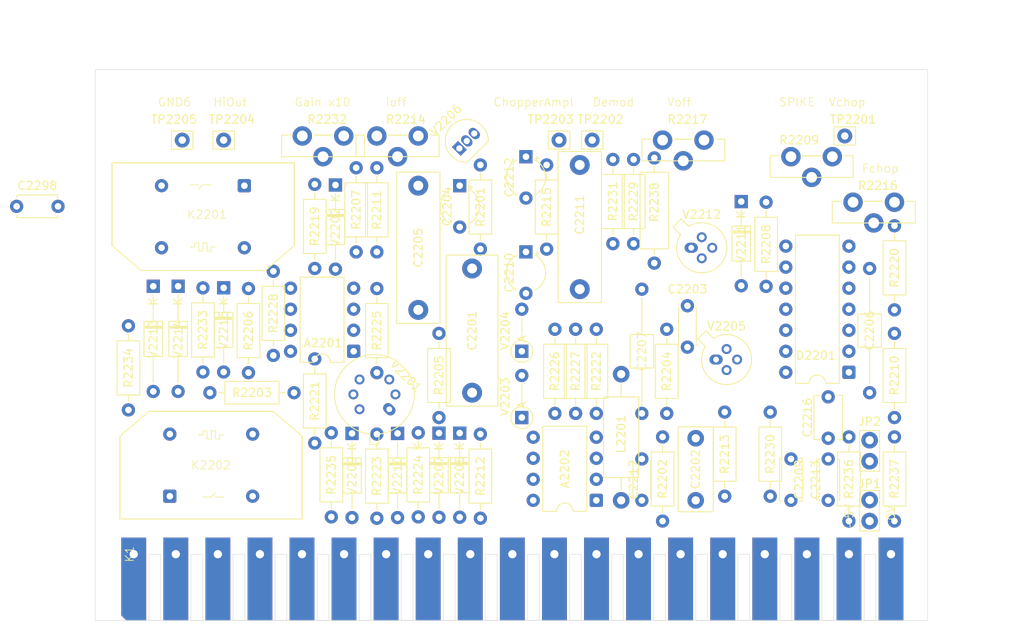
<source format=kicad_pcb>
(kicad_pcb (version 20241229) (generator "pcbnew") (generator_version "9.0")
  (title_block (title "Philips PM2528 - N22 (DC Amplifier)") (date "2025-05-23") (rev "1.1"))
  (layers (0 "F.Cu" signal) (2 "B.Cu" signal) (13 "F.Paste" user) (15 "B.Paste" user) (5 "F.SilkS" user "F.Silkscreen") (7 "B.SilkS" user "B.Silkscreen") (1 "F.Mask" user) (3 "B.Mask" user) (25 "Edge.Cuts" user))
  (net 0 "")
  (net 2 "/HI")
  (net 3 "GND5")
  (net 5 "-15V")
  (net 6 "/RELHI")
  (net 7 "GND3")
  (net 9 "GND7")
  (net 11 "/HIOUT2")
  (net 13 "/HIOUT1")
  (net 15 "/LO")
  (net 16 "GND4")
  (net 17 "+15V")
  (net 18 "GND6")
  (net 20 "Net-(V2203-K)")
  (net 21 "Net-(V2206-B)")
  (net 22 "Net-(V2206-E)")
  (net 23 "Net-(V2206-C)")
  (net 24 "Net-(V2207-K)")
  (net 25 "Net-(V2208-A)")
  (net 26 "Net-(V2212-D)")
  (net 29 "Net-(A2201-+)")
  (net 31 "Net-(A2201--)")
  (net 32 "Net-(A2202--)")
  (net 35 "Net-(A2202-+)")
  (net 37 "Net-(A2202-Pad6)")
  (net 38 "Net-(R2232-Pad1)")
  (net 39 "Net-(C2203-Pad1)")
  (net 40 "Net-(R2208-Pad1)")
  (net 41 "Net-(R2209-Pad1)")
  (net 42 "Net-(R2214-Pad1)")
  (net 43 "Net-(R2207-Pad2)")
  (net 44 "Net-(R2216-Pad3)")
  (net 45 "Net-(R2217-Pad2)")
  (net 46 "Net-(JP1-B)")
  (net 47 "Net-(V2201-1G)")
  (net 48 "Net-(C2202-Pad2)")
  (net 49 "Net-(V2202-K)")
  (net 50 "Net-(V2205-D)")
  (net 51 "Net-(V2201-1S)")
  (net 52 "Net-(JP2-B)")
  (net 53 "Net-(V2201-2D)")
  (net 54 "Net-(C2205-Pad2)")
  (net 55 "Net-(V2205-B)")
  (net 56 "Net-(V2201-2S)")
  (net 57 "Net-(C2207-Pad2)")
  (net 58 "Net-(C2211-Pad2)")
  (net 59 "Net-(V2201-2G)")
  (net 60 "Net-(V2213-A)")
  (net 61 "Net-(D2201-RC_COMMON)")
  (net 62 "Net-(D2201-C)")
  (net 63 "Net-(D2201-+TRIGGER)")
  (net 64 "Net-(D2201-Q)")
  (net 65 "Net-(D2201-R)")
  (net 66 "Net-(D2201-~{Q})")
  (footprint "Package_TO_SOT_THT:TO-72-4" (layer "F.Cu") (at 173.46 84)
    (property "Reference" "V2212" (at 1.27 -4.02 0) (layer "F.SilkS"))
    (property "Value" "BFW13")
    (pad "1" thru_hole oval (at 0 0) (size 1.6 1.2) (drill 0.7) (layers "*.Cu" "*.Mask") (net 26 "Net-(V2212-D)"))
    (pad "2" thru_hole circle (at 1.27 1.27) (size 1.2 1.2) (drill 0.7) (layers "*.Cu" "*.Mask") (net 64 "Net-(D2201-Q)"))
    (pad "3" thru_hole circle (at 2.54 0) (size 1.2 1.2) (drill 0.7) (layers "*.Cu" "*.Mask") (net 16 "GND4"))
    (pad "4" thru_hole circle (at 1.27 -1.27) (size 1.2 1.2) (drill 0.7) (layers "*.Cu" "*.Mask"))
  )
  (footprint "Capacitor_THT:C_Disc_D4.3mm_W1.9mm_P5.00mm" (layer "F.Cu") (at 167.5 114.5 90)
    (property "Reference" "C2217" (at 2.5 -1 270) (layer "F.SilkS"))
    (property "Value" "3n3/100V")
    (pad "1" thru_hole circle (at 0 0 90) (size 1.6 1.6) (drill 0.8) (layers "*.Cu" "*.Mask") (net 7 "GND3"))
    (pad "2" thru_hole circle (at 5 0 90) (size 1.6 1.6) (drill 0.8) (layers "*.Cu" "*.Mask") (net 35 "Net-(A2202-+)"))
  )
  (footprint "Capacitor_THT:C_Axial_L3.8mm_D2.6mm_P15.00mm_Horizontal" (layer "F.Cu") (at 195 101.5 90)
    (property "Reference" "C2206" (at 7.5 0 90) (layer "F.SilkS"))
    (property "Value" "3n16")
    (pad "1" thru_hole circle (at 0 0 90) (size 1.6 1.6) (drill 0.8) (layers "*.Cu" "*.Mask") (net 61 "Net-(D2201-RC_COMMON)"))
    (pad "2" thru_hole circle (at 15 0 90) (size 1.6 1.6) (drill 0.8) (layers "*.Cu" "*.Mask") (net 62 "Net-(D2201-C)"))
  )
  (footprint "Diode_THT:D_DO-35_SOD27_P10.16mm_Horizontal" (layer "F.Cu") (at 179.5 78.42 -90)
    (property "Reference" "V2211" (at 5.08 0 90) (layer "F.SilkS"))
    (property "Value" "BZX79-C5V6")
    (fp_text user "K" (at 1.58 0 90) (layer "F.SilkS"))
    (pad "1" thru_hole rect (at 0 0 270) (size 1.6 1.6) (drill 0.8) (layers "*.Cu" "*.Mask") (net 3 "GND5"))
    (pad "2" thru_hole oval (at 10.16 0 270) (size 1.6 1.6) (drill 0.8) (layers "*.Cu" "*.Mask") (net 63 "Net-(D2201-+TRIGGER)"))
  )
  (footprint "Connector_Pin:Pin_D0.9mm_L10.0mm_W2.4mm_FlatFork" (layer "F.Cu") (at 157.5 71)
    (property "Reference" "TP2203" (at -1 -2.5 0) (layer "F.SilkS"))
    (property "Value" "Chopper Ampl")
    (pad "1" thru_hole circle (at 0 0) (size 1.8 1.8) (drill 0.9) (layers "*.Cu" "*.Mask") (net 37 "Net-(A2202-Pad6)"))
  )
  (footprint "Inductor_THT:L_Axial_L9.5mm_D4.0mm_P15.24mm_Horizontal_Fastron_SMCC" (layer "F.Cu") (at 165 114.5 90)
    (property "Reference" "L2201" (at 8 0 90) (layer "F.SilkS"))
    (property "Value" "470u")
    (pad "1" thru_hole circle (at 0 0 90) (size 2 2) (drill 1) (layers "*.Cu" "*.Mask") (net 57 "Net-(C2207-Pad2)"))
    (pad "2" thru_hole circle (at 15.24 0 90) (size 2 2) (drill 1) (layers "*.Cu" "*.Mask") (net 35 "Net-(A2202-+)"))
  )
  (footprint "Resistor_THT:R_Axial_DIN0207_L6.3mm_D2.5mm_P10.16mm_Horizontal" (layer "F.Cu") (at 159.5 104 90)
    (property "Reference" "R2227" (at 5.08 0 90) (layer "F.SilkS"))
    (property "Value" "100")
    (pad "1" thru_hole circle (at 0 0 90) (size 1.6 1.6) (drill 0.8) (layers "*.Cu" "*.Mask") (net 32 "Net-(A2202--)"))
    (pad "2" thru_hole oval (at 10.16 0 90) (size 1.6 1.6) (drill 0.8) (layers "*.Cu" "*.Mask") (net 64 "Net-(D2201-Q)"))
  )
  (footprint "Capacitor_THT:CP_Radial_Tantal_D4.5mm_P5.00mm" (layer "F.Cu") (at 153.5 84.5 -90)
    (property "Reference" "C2210" (at 2.5 2 90) (layer "F.SilkS"))
    (property "Value" "33u/10V")
    (pad "1" thru_hole rect (at 0 0 270) (size 1.6 1.6) (drill 0.8) (layers "*.Cu" "*.Mask") (net 64 "Net-(D2201-Q)"))
    (pad "2" thru_hole circle (at 5 0 270) (size 1.6 1.6) (drill 0.8) (layers "*.Cu" "*.Mask") (net 7 "GND3"))
  )
  (footprint "PM2528:Potentiometer horizontal ceramic" (layer "F.Cu") (at 190.5 73 -90)
    (property "Reference" "R2209" (at -2 4 180) (layer "F.SilkS"))
    (property "Value" "1k")
    (pad "1" thru_hole circle (at 0 0 270) (size 2.34 2.34) (drill 1.3) (layers "*.Cu" "*.Mask") (net 41 "Net-(R2209-Pad1)"))
    (pad "2" thru_hole circle (at 2.5 2.5 270) (size 2.34 2.34) (drill 1.3) (layers "*.Cu" "*.Mask") (net 39 "Net-(C2203-Pad1)"))
    (pad "3" thru_hole circle (at 0 5 270) (size 2.34 2.34) (drill 1.3) (layers "*.Cu" "*.Mask") (net 40 "Net-(R2208-Pad1)"))
  )
  (footprint "Resistor_THT:R_Axial_DIN0207_L6.3mm_D2.5mm_P10.16mm_Horizontal" (layer "F.Cu") (at 192.5 117 90)
    (property "Reference" "R2236" (at 5.08 0 270) (layer "F.SilkS"))
    (property "Value" "1k27")
    (pad "1" thru_hole circle (at 0 0 90) (size 1.6 1.6) (drill 0.8) (layers "*.Cu" "*.Mask") (net 46 "Net-(JP1-B)"))
    (pad "2" thru_hole oval (at 10.16 0 90) (size 1.6 1.6) (drill 0.8) (layers "*.Cu" "*.Mask") (net 16 "GND4"))
  )
  (footprint "Resistor_THT:R_Axial_DIN0207_L6.3mm_D2.5mm_P10.16mm_Horizontal" (layer "F.Cu") (at 148 84.16 90)
    (property "Reference" "R2201" (at 5.08 0 90) (layer "F.SilkS"))
    (property "Value" "681k")
    (pad "1" thru_hole circle (at 0 0 90) (size 1.6 1.6) (drill 0.8) (layers "*.Cu" "*.Mask") (net 47 "Net-(V2201-1G)"))
    (pad "2" thru_hole oval (at 10.16 0 90) (size 1.6 1.6) (drill 0.8) (layers "*.Cu" "*.Mask") (net 16 "GND4"))
  )
  (footprint "Resistor_THT:R_Axial_DIN0207_L6.3mm_D2.5mm_P10.16mm_Horizontal" (layer "F.Cu") (at 128 86.5 90)
    (property "Reference" "R2219" (at 5.08 0 90) (layer "F.SilkS"))
    (property "Value" "82R5")
    (pad "1" thru_hole circle (at 0 0 90) (size 1.6 1.6) (drill 0.8) (layers "*.Cu" "*.Mask") (net 56 "Net-(V2201-2S)"))
    (pad "2" thru_hole oval (at 10.16 0 90) (size 1.6 1.6) (drill 0.8) (layers "*.Cu" "*.Mask") (net 42 "Net-(R2214-Pad1)"))
  )
  (footprint "Resistor_THT:R_Axial_DIN0207_L6.3mm_D2.5mm_P10.16mm_Horizontal" (layer "F.Cu") (at 135.5 84.5 90)
    (property "Reference" "R2211" (at 5.08 0 90) (layer "F.SilkS"))
    (property "Value" "1k")
    (pad "1" thru_hole circle (at 0 0 90) (size 1.6 1.6) (drill 0.8) (layers "*.Cu" "*.Mask") (net 54 "Net-(C2205-Pad2)"))
    (pad "2" thru_hole oval (at 10.16 0 90) (size 1.6 1.6) (drill 0.8) (layers "*.Cu" "*.Mask") (net 53 "Net-(V2201-2D)"))
  )
  (footprint "Resistor_THT:R_Axial_DIN0207_L6.3mm_D2.5mm_P10.16mm_Horizontal" (layer "F.Cu") (at 170.5 104 90)
    (property "Reference" "R2204" (at 5.08 0 90) (layer "F.SilkS"))
    (property "Value" "100k")
    (pad "1" thru_hole circle (at 0 0 90) (size 1.6 1.6) (drill 0.8) (layers "*.Cu" "*.Mask") (net 48 "Net-(C2202-Pad2)"))
    (pad "2" thru_hole oval (at 10.16 0 90) (size 1.6 1.6) (drill 0.8) (layers "*.Cu" "*.Mask") (net 50 "Net-(V2205-D)"))
  )
  (footprint "Diode_THT:D_DO-35_SOD27_P5.08mm_Vertical_AnodeUp" (layer "F.Cu") (at 153 104.5 90)
    (property "Reference" "V2203" (at 2.54 -2 90) (layer "F.SilkS"))
    (property "Value" "BAV45")
    (fp_text user "A" (at 1.5 0 90) (layer "F.SilkS"))
    (pad "1" thru_hole rect (at 0 0 90) (size 1.6 1.6) (drill 0.8) (layers "*.Cu" "*.Mask") (net 20 "Net-(V2203-K)"))
    (pad "2" thru_hole oval (at 5.08 0 90) (size 1.6 1.6) (drill 0.8) (layers "*.Cu" "*.Mask") (net 2 "/HI"))
  )
  (footprint "PM2528:Potentiometer horizontal ceramic" (layer "F.Cu") (at 131.5 70.5 -90)
    (property "Reference" "R2232" (at -2 2 180) (layer "F.SilkS"))
    (property "Value" "100")
    (pad "1" thru_hole circle (at 0 0 270) (size 2.34 2.34) (drill 1.3) (layers "*.Cu" "*.Mask") (net 38 "Net-(R2232-Pad1)"))
    (pad "2" thru_hole circle (at 2.5 2.5 270) (size 2.34 2.34) (drill 1.3) (layers "*.Cu" "*.Mask") (net 38 "Net-(R2232-Pad1)"))
    (pad "3" thru_hole circle (at 0 5 270) (size 2.34 2.34) (drill 1.3) (layers "*.Cu" "*.Mask") (net 15 "/LO"))
  )
  (footprint "PM2528:Potentiometer horizontal ceramic" (layer "F.Cu") (at 198 78.5 -90)
    (property "Reference" "R2216" (at -2 2 180) (layer "F.SilkS"))
    (property "Value" "47k")
    (pad "1" thru_hole circle (at 0 0 270) (size 2.34 2.34) (drill 1.3) (layers "*.Cu" "*.Mask") (net 61 "Net-(D2201-RC_COMMON)"))
    (pad "2" thru_hole circle (at 2.5 2.5 270) (size 2.34 2.34) (drill 1.3) (layers "*.Cu" "*.Mask") (net 61 "Net-(D2201-RC_COMMON)"))
    (pad "3" thru_hole circle (at 0 5 270) (size 2.34 2.34) (drill 1.3) (layers "*.Cu" "*.Mask") (net 44 "Net-(R2216-Pad3)"))
  )
  (footprint "Diode_THT:D_DO-35_SOD27_P12.70mm_Horizontal" (layer "F.Cu") (at 108.5 88.65 -90)
    (property "Reference" "V2213" (at 6.35 0 270) (layer "F.SilkS"))
    (property "Value" "BZX79-C5V1")
    (fp_text user "K" (at 1.85 0 270) (layer "F.SilkS"))
    (pad "1" thru_hole rect (at 0 0 270) (size 1.6 1.6) (drill 0.8) (layers "*.Cu" "*.Mask") (net 13 "/HIOUT1"))
    (pad "2" thru_hole oval (at 12.7 0 270) (size 1.6 1.6) (drill 0.8) (layers "*.Cu" "*.Mask") (net 60 "Net-(V2213-A)"))
  )
  (footprint "Connector_Pin:Pin_D0.9mm_L10.0mm_W2.4mm_FlatFork" (layer "F.Cu") (at 117 71)
    (property "Reference" "TP2204" (at 1 -2.5 0) (layer "F.SilkS"))
    (property "Value" "Hi Out")
    (pad "1" thru_hole circle (at 0 0) (size 1.8 1.8) (drill 0.9) (layers "*.Cu" "*.Mask") (net 13 "/HIOUT1"))
  )
  (footprint "Diode_THT:D_DO-35_SOD27_P10.16mm_Horizontal" (layer "F.Cu") (at 138 106.42 -90)
    (property "Reference" "V2210" (at 5.08 0 90) (layer "F.SilkS"))
    (property "Value" "BZX79-C3V6")
    (fp_text user "K" (at 1.58 -2.5 90) (layer "F.SilkS"))
    (pad "1" thru_hole rect (at 0 0 270) (size 1.6 1.6) (drill 0.8) (layers "*.Cu" "*.Mask") (net 13 "/HIOUT1"))
    (pad "2" thru_hole oval (at 10.16 0 270) (size 1.6 1.6) (drill 0.8) (layers "*.Cu" "*.Mask") (net 25 "Net-(V2208-A)"))
  )
  (footprint "Diode_THT:D_DO-35_SOD27_P5.08mm_Vertical_AnodeUp" (layer "F.Cu") (at 153 96.5 90)
    (property "Reference" "V2204" (at 2.5 -2 90) (layer "F.SilkS"))
    (property "Value" "BAV45")
    (fp_text user "A" (at 1.5 0 90) (layer "F.SilkS"))
    (pad "1" thru_hole rect (at 0 0 90) (size 1.6 1.6) (drill 0.8) (layers "*.Cu" "*.Mask") (net 2 "/HI"))
    (pad "2" thru_hole oval (at 5.08 0 90) (size 1.6 1.6) (drill 0.8) (layers "*.Cu" "*.Mask") (net 20 "Net-(V2203-K)"))
  )
  (footprint "Resistor_THT:R_Axial_DIN0207_L6.3mm_D2.5mm_P10.16mm_Horizontal" (layer "F.Cu") (at 135.5 99.08 90)
    (property "Reference" "R2225" (at 5.08 0 90) (layer "F.SilkS"))
    (property "Value" "196")
    (pad "1" thru_hole circle (at 0 0 90) (size 1.6 1.6) (drill 0.8) (layers "*.Cu" "*.Mask") (net 53 "Net-(V2201-2D)"))
    (pad "2" thru_hole oval (at 10.16 0 90) (size 1.6 1.6) (drill 0.8) (layers "*.Cu" "*.Mask") (net 31 "Net-(A2201--)"))
  )
  (footprint "Capacitor_THT:CP_Radial_Tantal_D4.5mm_P5.00mm" (layer "F.Cu") (at 145.5 76.5 -90)
    (property "Reference" "C2204" (at 2.5 1.5 90) (layer "F.SilkS"))
    (property "Value" "22u")
    (pad "1" thru_hole rect (at 0 0 270) (size 1.6 1.6) (drill 0.8) (layers "*.Cu" "*.Mask") (net 21 "Net-(V2206-B)"))
    (pad "2" thru_hole circle (at 5 0 270) (size 1.6 1.6) (drill 0.8) (layers "*.Cu" "*.Mask") (net 5 "-15V"))
  )
  (footprint "Resistor_THT:R_Axial_DIN0207_L6.3mm_D2.5mm_P10.16mm_Horizontal" (layer "F.Cu") (at 177.5 114 90)
    (property "Reference" "R2213" (at 5.08 0 90) (layer "F.SilkS"))
    (property "Value" "220k")
    (pad "1" thru_hole circle (at 0 0 90) (size 1.6 1.6) (drill 0.8) (layers "*.Cu" "*.Mask") (net 7 "GND3"))
    (pad "2" thru_hole oval (at 10.16 0 90) (size 1.6 1.6) (drill 0.8) (layers "*.Cu" "*.Mask") (net 55 "Net-(V2205-B)"))
  )
  (footprint "PM2528:Potentiometer horizontal ceramic" (layer "F.Cu") (at 140.5 70.5 -90)
    (property "Reference" "R2214" (at -2 1.5 180) (layer "F.SilkS"))
    (property "Value" "100")
    (pad "1" thru_hole circle (at 0 0 270) (size 2.34 2.34) (drill 1.3) (layers "*.Cu" "*.Mask") (net 42 "Net-(R2214-Pad1)"))
    (pad "2" thru_hole circle (at 2.5 2.5 270) (size 2.34 2.34) (drill 1.3) (layers "*.Cu" "*.Mask") (net 23 "Net-(V2206-C)"))
    (pad "3" thru_hole circle (at 0 5 270) (size 2.34 2.34) (drill 1.3) (layers "*.Cu" "*.Mask") (net 43 "Net-(R2207-Pad2)"))
  )
  (footprint "Diode_THT:D_DO-35_SOD27_P10.16mm_Horizontal" (layer "F.Cu") (at 143 106.38 -90)
    (property "Reference" "V2207" (at 5.08 0 270) (layer "F.SilkS"))
    (property "Value" "BAW62")
    (fp_text user "K" (at 1.62 0 270) (layer "F.SilkS"))
    (pad "1" thru_hole rect (at 0 0 270) (size 1.6 1.6) (drill 0.8) (layers "*.Cu" "*.Mask") (net 24 "Net-(V2207-K)"))
    (pad "2" thru_hole oval (at 10.16 0 270) (size 1.6 1.6) (drill 0.8) (layers "*.Cu" "*.Mask") (net 20 "Net-(V2203-K)"))
  )
  (footprint "TestPoint:TestPoint_Bridge_Pitch2.54mm_Drill1.0mm" (layer "F.Cu") (at 195 109.77 90)
    (property "Reference" "JP2" (at 4.77 0 180) (layer "F.SilkS"))
    (property "Value" "A")
    (pad "1" thru_hole circle (at 0 0 90) (size 2 2) (drill 1) (layers "*.Cu" "*.Mask") (net 46 "Net-(JP1-B)"))
    (pad "1" thru_hole circle (at 2.54 0 90) (size 2 2) (drill 1) (layers "*.Cu" "*.Mask") (net 46 "Net-(JP1-B)"))
  )
  (footprint "Resistor_THT:R_Axial_DIN0207_L6.3mm_D2.5mm_P10.16mm_Horizontal" (layer "F.Cu") (at 164 83.5 90)
    (property "Reference" "R2231" (at 5.08 0 90) (layer "F.SilkS"))
    (property "Value" "681k")
    (pad "1" thru_hole circle (at 0 0 90) (size 1.6 1.6) (drill 0.8) (layers "*.Cu" "*.Mask") (net 26 "Net-(V2212-D)"))
    (pad "2" thru_hole oval (at 10.16 0 90) (size 1.6 1.6) (drill 0.8) (layers "*.Cu" "*.Mask") (net 59 "Net-(V2201-2G)"))
  )
  (footprint "Resistor_THT:R_Axial_DIN0207_L6.3mm_D2.5mm_P10.16mm_Horizontal" (layer "F.Cu") (at 166.5 83.5 90)
    (property "Reference" "R2229" (at 5.08 0 90) (layer "F.SilkS"))
    (property "Value" "20k5")
    (pad "1" thru_hole circle (at 0 0 90) (size 1.6 1.6) (drill 0.8) (layers "*.Cu" "*.Mask") (net 58 "Net-(C2211-Pad2)"))
    (pad "2" thru_hole oval (at 10.16 0 90) (size 1.6 1.6) (drill 0.8) (layers "*.Cu" "*.Mask") (net 26 "Net-(V2212-D)"))
  )
  (footprint "Package_TO_SOT_THT:TO-72-4" (layer "F.Cu") (at 176.46 97.5)
    (property "Reference" "V2205" (at 1.27 -4.02 0) (layer "F.SilkS"))
    (property "Value" "BSV81")
    (pad "1" thru_hole oval (at 0 0) (size 1.6 1.2) (drill 0.7) (layers "*.Cu" "*.Mask") (net 50 "Net-(V2205-D)"))
    (pad "2" thru_hole circle (at 1.27 1.27) (size 1.2 1.2) (drill 0.7) (layers "*.Cu" "*.Mask") (net 55 "Net-(V2205-B)"))
    (pad "3" thru_hole circle (at 2.54 0) (size 1.2 1.2) (drill 0.7) (layers "*.Cu" "*.Mask") (net 66 "Net-(D2201-~{Q})"))
    (pad "4" thru_hole circle (at 1.27 -1.27) (size 1.2 1.2) (drill 0.7) (layers "*.Cu" "*.Mask") (net 55 "Net-(V2205-B)"))
  )
  (footprint "Capacitor_THT:C_Disc_D5.1mm_W3.2mm_P5.00mm" (layer "F.Cu") (at 190 107 90)
    (property "Reference" "C2216" (at 2.5 -2.5 90) (layer "F.SilkS"))
    (property "Value" "27p/100V")
    (pad "1" thru_hole circle (at 0 0 90) (size 1.6 1.6) (drill 0.8) (layers "*.Cu" "*.Mask") (net 7 "GND3"))
    (pad "2" thru_hole circle (at 5 0 90) (size 1.6 1.6) (drill 0.8) (layers "*.Cu" "*.Mask") (net 65 "Net-(D2201-R)"))
  )
  (footprint "Diode_THT:D_DO-35_SOD27_P10.16mm_Horizontal" (layer "F.Cu") (at 132.5 106.42 -90)
    (property "Reference" "V2209" (at 5.08 0 90) (layer "F.SilkS"))
    (property "Value" "BZX79-C3V6")
    (fp_text user "K" (at 1.58 0 90) (layer "F.SilkS"))
    (pad "1" thru_hole rect (at 0 0 270) (size 1.6 1.6) (drill 0.8) (layers "*.Cu" "*.Mask") (net 24 "Net-(V2207-K)"))
    (pad "2" thru_hole oval (at 10.16 0 270) (size 1.6 1.6) (drill 0.8) (layers "*.Cu" "*.Mask") (net 13 "/HIOUT1"))
  )
  (footprint "Resistor_THT:R_Axial_DIN0207_L6.3mm_D2.5mm_P10.16mm_Horizontal" (layer "F.Cu") (at 157 104 90)
    (property "Reference" "R2226" (at 5.08 0 90) (layer "F.SilkS"))
    (property "Value" "100k")
    (pad "1" thru_hole circle (at 0 0 90) (size 1.6 1.6) (drill 0.8) (layers "*.Cu" "*.Mask") (net 37 "Net-(A2202-Pad6)"))
    (pad "2" thru_hole oval (at 10.16 0 90) (size 1.6 1.6) (drill 0.8) (layers "*.Cu" "*.Mask") (net 32 "Net-(A2202--)"))
  )
  (footprint "Capacitor_THT:C_Rect_L10.0mm_W4.0mm_P7.50mm_FKS3_FKP3" (layer "F.Cu") (at 174 114.5 90)
    (property "Reference" "C2202" (at 3.75 0 90) (layer "F.SilkS"))
    (property "Value" "47n/250V")
    (pad "1" thru_hole circle (at 0 0 90) (size 2 2) (drill 1) (layers "*.Cu" "*.Mask") (net 7 "GND3"))
    (pad "2" thru_hole circle (at 7.5 0 90) (size 2 2) (drill 1) (layers "*.Cu" "*.Mask") (net 48 "Net-(C2202-Pad2)"))
  )
  (footprint "Resistor_THT:R_Axial_DIN0207_L6.3mm_D2.5mm_P10.16mm_Horizontal" (layer "F.Cu") (at 198 91.5 90)
    (property "Reference" "R2220" (at 5.08 0 90) (layer "F.SilkS"))
    (property "Value" "196k")
    (pad "1" thru_hole circle (at 0 0 90) (size 1.6 1.6) (drill 0.8) (layers "*.Cu" "*.Mask") (net 65 "Net-(D2201-R)"))
    (pad "2" thru_hole oval (at 10.16 0 90) (size 1.6 1.6) (drill 0.8) (layers "*.Cu" "*.Mask") (net 44 "Net-(R2216-Pad3)"))
  )
  (footprint "Capacitor_THT:C_Axial_L3.8mm_D2.6mm_P15.00mm_Horizontal" (layer "F.Cu") (at 167.5 104 90)
    (property "Reference" "C2207" (at 7.5 0 90) (layer "F.SilkS"))
    (property "Value" "6n19 / 63V")
    (pad "1" thru_hole circle (at 0 0 90) (size 1.6 1.6) (drill 0.8) (layers "*.Cu" "*.Mask") (net 50 "Net-(V2205-D)"))
    (pad "2" thru_hole circle (at 15 0 90) (size 1.6 1.6) (drill 0.8) (layers "*.Cu" "*.Mask") (net 57 "Net-(C2207-Pad2)"))
  )
  (footprint "Resistor_THT:R_Axial_DIN0207_L6.3mm_D2.5mm_P10.16mm_Horizontal" (layer "F.Cu") (at 183 114 90)
    (property "Reference" "R2230" (at 5.08 0 90) (layer "F.SilkS"))
    (property "Value" "9k09")
    (pad "1" thru_hole circle (at 0 0 90) (size 1.6 1.6) (drill 0.8) (layers "*.Cu" "*.Mask") (net 63 "Net-(D2201-+TRIGGER)"))
    (pad "2" thru_hole oval (at 10.16 0 90) (size 1.6 1.6) (drill 0.8) (layers "*.Cu" "*.Mask") (net 5 "-15V"))
  )
  (footprint "PM2528:Reed relay assy" (layer "F.Cu") (at 110.5 114.1 90)
    (property "Reference" "K2202" (at 3.85 4.975 0) (layer "F.SilkS") (effects (font (thickness 0.1))))
    (property "Value" "~")
    (pad "1" thru_hole roundrect (at 0.1 0 90) (size 1.6 1.6) (drill 0.8) (layers "*.Cu" "*.Mask") (roundrect_rratio 0.15625) (net 11 "/HIOUT2"))
    (pad "5" thru_hole circle (at 0.1 10 90) (size 1.6 1.6) (drill 0.8) (layers "*.Cu" "*.Mask") (net 15 "/LO"))
    (pad "6" thru_hole circle (at 7.6 10 90) (size 1.6 1.6) (drill 0.8) (layers "*.Cu" "*.Mask") (net 9 "GND7"))
    (pad "10" thru_hole circle (at 7.6 0 90) (size 1.6 1.6) (drill 0.8) (layers "*.Cu" "*.Mask") (net 6 "/RELHI"))
  )
  (footprint "PM2528:Potentiometer horizontal ceramic" (layer "F.Cu") (at 175 71 -90)
    (property "Reference" "R2217" (at -2.5 2 180) (layer "F.SilkS"))
    (property "Value" "220k")
    (pad "1" thru_hole circle (at 0 0 270) (size 2.34 2.34) (drill 1.3) (layers "*.Cu" "*.Mask") (net 5 "-15V"))
    (pad "2" thru_hole circle (at 2.5 2.5 270) (size 2.34 2.34) (drill 1.3) (layers "*.Cu" "*.Mask") (net 45 "Net-(R2217-Pad2)"))
    (pad "3" thru_hole circle (at 0 5 270) (size 2.34 2.34) (drill 1.3) (layers "*.Cu" "*.Mask") (net 17 "+15V"))
  )
  (footprint "Resistor_THT:R_Axial_DIN0309_L9.0mm_D3.2mm_P12.70mm_Horizontal" (layer "F.Cu") (at 169 85.85 90)
    (property "Reference" "R2238" (at 7.35 0 90) (layer "F.SilkS"))
    (property "Value" "1M")
    (pad "1" thru_hole circle (at 0 0 90) (size 1.6 1.6) (drill 0.8) (layers "*.Cu" "*.Mask") (net 55 "Net-(V2205-B)"))
    (pad "2" thru_hole oval (at 12.7 0 90) (size 1.6 1.6) (drill 0.8) (layers "*.Cu" "*.Mask") (net 45 "Net-(R2217-Pad2)"))
  )
  (footprint "Resistor_THT:R_Axial_DIN0207_L6.3mm_D2.5mm_P10.16mm_Horizontal" (layer "F.Cu") (at 135.5 116.66 90)
    (property "Reference" "R2223" (at 5.08 0 90) (layer "F.SilkS"))
    (property "Value" "20k5")
    (pad "1" thru_hole circle (at 0 0 90) (size 1.6 1.6) (drill 0.8) (layers "*.Cu" "*.Mask") (net 24 "Net-(V2207-K)"))
    (pad "2" thru_hole oval (at 10.16 0 90) (size 1.6 1.6) (drill 0.8) (layers "*.Cu" "*.Mask") (net 17 "+15V"))
  )
  (footprint "PM2528:Reed relay assy" (layer "F.Cu") (at 119.5 76.4 -90)
    (property "Reference" "K2201" (at 3.6 4.5 0) (layer "F.SilkS") (effects (font (thickness 0.1))))
    (property "Value" "~")
    (pad "1" thru_hole roundrect (at 0.1 0 270) (size 1.6 1.6) (drill 0.8) (layers "*.Cu" "*.Mask") (roundrect_rratio 0.15625) (net 13 "/HIOUT1"))
    (pad "5" thru_hole circle (at 0.1 10 270) (size 1.6 1.6) (drill 0.8) (layers "*.Cu" "*.Mask") (net 15 "/LO"))
    (pad "6" thru_hole circle (at 7.6 10 270) (size 1.6 1.6) (drill 0.8) (layers "*.Cu" "*.Mask") (net 9 "GND7"))
    (pad "10" thru_hole circle (at 7.6 0 270) (size 1.6 1.6) (drill 0.8) (layers "*.Cu" "*.Mask") (net 6 "/RELHI"))
  )
  (footprint "Capacitor_THT:C_Disc_D4.7mm_W2.5mm_P5.00mm" (layer "F.Cu") (at 92 79)
    (property "Reference" "C2298" (at 2.5 -2.5 0) (layer "F.SilkS"))
    (property "Value" "C_Polarized")
    (pad "1" thru_hole circle (at 0 0) (size 1.6 1.6) (drill 0.8) (layers "*.Cu" "*.Mask") (net 3 "GND5"))
    (pad "2" thru_hole circle (at 5 0) (size 1.6 1.6) (drill 0.8) (layers "*.Cu" "*.Mask") (net 5 "-15V"))
  )
  (footprint "Package_DIP:DIP-14_W7.62mm" (layer "F.Cu") (at 192.5 99.04 180)
    (property "Reference" "D2201" (at 4 2.04 0) (layer "F.SilkS"))
    (property "Value" "HEF4047")
    (pad "1" thru_hole roundrect (at 0 0 180) (size 1.6 1.6) (drill 0.8) (layers "*.Cu" "*.Mask") (roundrect_rratio 0.15625) (net 62 "Net-(D2201-C)"))
    (pad "2" thru_hole circle (at 0 2.54 180) (size 1.6 1.6) (drill 0.8) (layers "*.Cu" "*.Mask") (net 65 "Net-(D2201-R)"))
    (pad "3" thru_hole circle (at 0 5.08 180) (size 1.6 1.6) (drill 0.8) (layers "*.Cu" "*.Mask") (net 61 "Net-(D2201-RC_COMMON)"))
    (pad "4" thru_hole circle (at 0 7.62 180) (size 1.6 1.6) (drill 0.8) (layers "*.Cu" "*.Mask") (net 3 "GND5"))
    (pad "5" thru_hole circle (at 0 10.16 180) (size 1.6 1.6) (drill 0.8) (layers "*.Cu" "*.Mask") (net 3 "GND5"))
    (pad "6" thru_hole circle (at 0 12.7 180) (size 1.6 1.6) (drill 0.8) (layers "*.Cu" "*.Mask") (net 3 "GND5"))
    (pad "7" thru_hole circle (at 0 15.24 180) (size 1.6 1.6) (drill 0.8) (layers "*.Cu" "*.Mask") (net 63 "Net-(D2201-+TRIGGER)"))
    (pad "8" thru_hole circle (at 7.62 15.24 180) (size 1.6 1.6) (drill 0.8) (layers "*.Cu" "*.Mask") (net 63 "Net-(D2201-+TRIGGER)"))
    (pad "9" thru_hole circle (at 7.62 12.7 180) (size 1.6 1.6) (drill 0.8) (layers "*.Cu" "*.Mask") (net 63 "Net-(D2201-+TRIGGER)"))
    (pad "10" thru_hole circle (at 7.62 10.16 180) (size 1.6 1.6) (drill 0.8) (layers "*.Cu" "*.Mask") (net 64 "Net-(D2201-Q)"))
    (pad "11" thru_hole circle (at 7.62 7.62 180) (size 1.6 1.6) (drill 0.8) (layers "*.Cu" "*.Mask") (net 66 "Net-(D2201-~{Q})"))
    (pad "12" thru_hole circle (at 7.62 5.08 180) (size 1.6 1.6) (drill 0.8) (layers "*.Cu" "*.Mask") (net 63 "Net-(D2201-+TRIGGER)"))
    (pad "13" thru_hole circle (at 7.62 2.54 180) (size 1.6 1.6) (drill 0.8) (layers "*.Cu" "*.Mask"))
    (pad "14" thru_hole circle (at 7.62 0 180) (size 1.6 1.6) (drill 0.8) (layers "*.Cu" "*.Mask") (net 3 "GND5"))
  )
  (footprint "Diode_THT:D_DO-35_SOD27_P10.16mm_Horizontal" (layer "F.Cu") (at 117 88.84 -90)
    (property "Reference" "V2215" (at 5.08 0 90) (layer "F.SilkS"))
    (property "Value" "BAX12A")
    (fp_text user "K" (at 1.66 0 90) (layer "F.SilkS"))
    (pad "1" thru_hole rect (at 0 0 270) (size 1.6 1.6) (drill 0.8) (layers "*.Cu" "*.Mask") (net 9 "GND7"))
    (pad "2" thru_hole oval (at 10.16 0 270) (size 1.6 1.6) (drill 0.8) (layers "*.Cu" "*.Mask") (net 6 "/RELHI"))
  )
  (footprint "Resistor_THT:R_Axial_DIN0207_L6.3mm_D2.5mm_P10.16mm_Horizontal" (layer "F.Cu") (at 105.5 103.58 90)
    (property "Reference" "R2234" (at 5.08 0 90) (layer "F.SilkS"))
    (property "Value" "1k96")
    (pad "1" thru_hole circle (at 0 0 90) (size 1.6 1.6) (drill 0.8) (layers "*.Cu" "*.Mask") (net 18 "GND6"))
    (pad "2" thru_hole oval (at 10.16 0 90) (size 1.6 1.6) (drill 0.8) (layers "*.Cu" "*.Mask") (net 15 "/LO"))
  )
  (footprint "Diode_THT:D_DO-35_SOD27_P10.16mm_Horizontal" (layer "F.Cu") (at 145.5 106.38 -90)
    (property "Reference" "V2208" (at 5.08 0 270) (layer "F.SilkS"))
    (property "Value" "BAW62")
    (fp_text user "K" (at 1.62 0 270) (layer "F.SilkS"))
    (pad "1" thru_hole rect (at 0 0 270) (size 1.6 1.6) (drill 0.8) (layers "*.Cu" "*.Mask") (net 20 "Net-(V2203-K)"))
    (pad "2" thru_hole oval (at 10.16 0 270) (size 1.6 1.6) (drill 0.8) (layers "*.Cu" "*.Mask") (net 25 "Net-(V2208-A)"))
  )
  (footprint "Package_TO_SOT_THT:TO-75-6" (layer "F.Cu") (at 137 103.5 135)
    (property "Reference" "V2201" (at 1.414214 4.242641 135) (layer "F.SilkS"))
    (property "Value" "BFQ10")
    (pad "1" thru_hole oval (at 0 0 135) (size 1.6 1.2) (drill 0.7) (layers "*.Cu" "*.Mask") (net 51 "Net-(V2201-1S)"))
    (pad "2" thru_hole circle (at 0.743949 1.796051 135) (size 1.2 1.2) (drill 0.7) (layers "*.Cu" "*.Mask") (net 29 "Net-(A2201-+)"))
    (pad "3" thru_hole circle (at 2.54 2.54 135) (size 1.2 1.2) (drill 0.7) (layers "*.Cu" "*.Mask") (net 47 "Net-(V2201-1G)"))
    (pad "4" thru_hole circle (at 5.079999 0 135) (size 1.2 1.2) (drill 0.7) (layers "*.Cu" "*.Mask") (net 56 "Net-(V2201-2S)"))
    (pad "5" thru_hole circle (at 4.336051 -1.796051 135) (size 1.2 1.2) (drill 0.7) (layers "*.Cu" "*.Mask") (net 53 "Net-(V2201-2D)"))
    (pad "6" thru_hole circle (at 2.54 -2.54 135) (size 1.2 1.2) (drill 0.7) (layers "*.Cu" "*.Mask") (net 59 "Net-(V2201-2G)"))
  )
  (footprint "Connector_Pin:Pin_D0.9mm_L10.0mm_W2.4mm_FlatFork" (layer "F.Cu") (at 161.5 71)
    (property "Reference" "TP2202" (at 1 -2.5 0) (layer "F.SilkS"))
    (property "Value" "Demodulator")
    (pad "1" thru_hole circle (at 0 0) (size 1.8 1.8) (drill 0.9) (layers "*.Cu" "*.Mask") (net 26 "Net-(V2212-D)"))
  )
  (footprint "Resistor_THT:R_Axial_DIN0207_L6.3mm_D2.5mm_P10.16mm_Horizontal" (layer "F.Cu") (at 120 99.08 90)
    (property "Reference" "R2206" (at 5.08 0 90) (layer "F.SilkS"))
    (property "Value" "20k5")
    (pad "1" thru_hole circle (at 0 0 90) (size 1.6 1.6) (drill 0.8) (layers "*.Cu" "*.Mask") (net 49 "Net-(V2202-K)"))
    (pad "2" thru_hole oval (at 10.16 0 90) (size 1.6 1.6) (drill 0.8) (layers "*.Cu" "*.Mask") (net 21 "Net-(V2206-B)"))
  )
  (footprint "Capacitor_THT:C_Disc_D4.7mm_W2.5mm_P5.00mm" (layer "F.Cu") (at 190 109.5 -90)
    (property "Reference" "C2213" (at 2.5 1.5 270) (layer "F.SilkS"))
    (property "Value" "C_Polarized")
    (pad "1" thru_hole circle (at 0 0 270) (size 1.6 1.6) (drill 0.8) (layers "*.Cu" "*.Mask") (net 17 "+15V"))
    (pad "2" thru_hole circle (at 5 0 270) (size 1.6 1.6) (drill 0.8) (layers "*.Cu" "*.Mask") (net 3 "GND5"))
  )
  (footprint "Resistor_THT:R_Axial_DIN0207_L6.3mm_D2.5mm_P10.16mm_Horizontal" (layer "F.Cu") (at 170 117 90)
    (property "Reference" "R2202" (at 5.08 0 270) (layer "F.SilkS"))
    (property "Value" "48k7")
    (pad "1" thru_hole circle (at 0 0 90) (size 1.6 1.6) (drill 0.8) (layers "*.Cu" "*.Mask") (net 2 "/HI"))
    (pad "2" thru_hole oval (at 10.16 0 90) (size 1.6 1.6) (drill 0.8) (layers "*.Cu" "*.Mask") (net 48 "Net-(C2202-Pad2)"))
  )
  (footprint "Connector_Pin:Pin_D0.9mm_L10.0mm_W2.4mm_FlatFork" (layer "F.Cu") (at 192 70.5)
    (property "Reference" "TP2201" (at 1 -2 0) (layer "F.SilkS"))
    (property "Value" "V.Chopper")
    (pad "1" thru_hole circle (at 0 0) (size 1.8 1.8) (drill 0.9) (layers "*.Cu" "*.Mask") (net 66 "Net-(D2201-~{Q})"))
  )
  (footprint "Resistor_THT:R_Axial_DIN0207_L6.3mm_D2.5mm_P10.16mm_Horizontal" (layer "F.Cu") (at 140.5 116.5 90)
    (property "Reference" "R2224" (at 5.08 0 90) (layer "F.SilkS"))
    (property "Value" "20k5")
    (pad "1" thru_hole circle (at 0 0 90) (size 1.6 1.6) (drill 0.8) (layers "*.Cu" "*.Mask") (net 5 "-15V"))
    (pad "2" thru_hole oval (at 10.16 0 90) (size 1.6 1.6) (drill 0.8) (layers "*.Cu" "*.Mask") (net 25 "Net-(V2208-A)"))
  )
  (footprint "Resistor_THT:R_Axial_DIN0207_L6.3mm_D2.5mm_P10.16mm_Horizontal" (layer "F.Cu") (at 182.5 88.66 90)
    (property "Reference" "R2208" (at 5.08 0 90) (layer "F.SilkS"))
    (property "Value" "20k5")
    (pad "1" thru_hole circle (at 0 0 90) (size 1.6 1.6) (drill 0.8) (layers "*.Cu" "*.Mask") (net 40 "Net-(R2208-Pad1)"))
    (pad "2" thru_hole oval (at 10.16 0 90) (size 1.6 1.6) (drill 0.8) (layers "*.Cu" "*.Mask") (net 64 "Net-(D2201-Q)"))
  )
  (footprint "Resistor_THT:R_Axial_DIN0207_L6.3mm_D2.5mm_P10.16mm_Horizontal" (layer "F.Cu") (at 123 97 90)
    (property "Reference" "R2228" (at 5.08 0 90) (layer "F.SilkS"))
    (property "Value" "4M7")
    (pad "1" thru_hole circle (at 0 0 90) (size 1.6 1.6) (drill 0.8) (layers "*.Cu" "*.Mask") (net 31 "Net-(A2201--)"))
    (pad "2" thru_hole oval (at 10.16 0 90) (size 1.6 1.6) (drill 0.8) (layers "*.Cu" "*.Mask") (net 13 "/HIOUT1"))
  )
  (footprint "Capacitor_THT:CP_Radial_Tantal_D4.5mm_P5.00mm" (layer "F.Cu") (at 153.5 73 -90)
    (property "Reference" "C2212" (at 2.5 2 90) (layer "F.SilkS"))
    (property "Value" "4u7/25V")
    (pad "1" thru_hole rect (at 0 0 270) (size 1.6 1.6) (drill 0.8) (layers "*.Cu" "*.Mask") (net 16 "GND4"))
    (pad "2" thru_hole circle (at 5 0 270) (size 1.6 1.6) (drill 0.8) (layers "*.Cu" "*.Mask") (net 59 "Net-(V2201-2G)"))
  )
  (footprint "Resistor_THT:R_Axial_DIN0207_L6.3mm_D2.5mm_P10.16mm_Horizontal" (layer "F.Cu") (at 128 107.58 90)
    (property "Reference" "R2221" (at 5.08 0 90) (layer "F.SilkS"))
    (property "Value" "48k7")
    (pad "1" thru_hole circle (at 0 0 90) (size 1.6 1.6) (drill 0.8) (layers "*.Cu" "*.Mask") (net 53 "Net-(V2201-2D)"))
    (pad "2" thru_hole oval (at 10.16 0 90) (size 1.6 1.6) (drill 0.8) (layers "*.Cu" "*.Mask") (net 17 "+15V"))
  )
  (footprint "Resistor_THT:R_Axial_DIN0207_L6.3mm_D2.5mm_P10.16mm_Horizontal" (layer "F.Cu") (at 198 104.5 90)
    (property "Reference" "R2210" (at 5.08 0 90) (layer "F.SilkS"))
    (property "Value" "1k47")
    (pad "1" thru_hole circle (at 0 0 90) (size 1.6 1.6) (drill 0.8) (layers "*.Cu" "*.Mask") (net 41 "Net-(R2209-Pad1)"))
    (pad "2" thru_hole oval (at 10.16 0 90) (size 1.6 1.6) (drill 0.8) (layers "*.Cu" "*.Mask") (net 52 "Net-(JP2-B)"))
  )
  (footprint "Diode_THT:D_DO-35_SOD27_P10.16mm_Horizontal" (layer "F.Cu") (at 130.5 76.42 -90)
    (property "Reference" "V2202" (at 5.08 0 270) (layer "F.SilkS"))
    (property "Value" "BZX79-C4V7")
    (fp_text user "K" (at 1.58 0 270) (layer "F.SilkS"))
    (pad "1" thru_hole rect (at 0 0 270) (size 1.6 1.6) (drill 0.8) (layers "*.Cu" "*.Mask") (net 49 "Net-(V2202-K)"))
    (pad "2" thru_hole oval (at 10.16 0 270) (size 1.6 1.6) (drill 0.8) (layers "*.Cu" "*.Mask") (net 5 "-15V"))
  )
  (footprint "PM2528:PM2528_RiserCardConnector" (layer "F.Cu") (at 106.14 121 90)
    (property "Reference" "K1" (at 0 -0.5 90) (layer "F.SilkS") (effects (font (thickness 0.1))))
    (property "Value" "~")
    (fp_rect (start -8 1.84) (end 0 3.24) (stroke (width 0.05)) (fill no) (layer "Edge.Cuts"))
    (fp_rect (start -8 6.92) (end 0 8.32) (stroke (width 0.05)) (fill no) (layer "Edge.Cuts"))
    (fp_rect (start -8 12) (end 0 13.4) (stroke (width 0.05)) (fill no) (layer "Edge.Cuts"))
    (fp_rect (start -8 17.08) (end 0 18.48) (stroke (width 0.05)) (fill no) (layer "Edge.Cuts"))
    (fp_rect (start -8 22.16) (end 0 23.56) (stroke (width 0.05)) (fill no) (layer "Edge.Cuts"))
    (fp_rect (start -8 27.24) (end 0 28.64) (stroke (width 0.05)) (fill no) (layer "Edge.Cuts"))
    (fp_rect (start -8 32.32) (end 0 33.72) (stroke (width 0.05)) (fill no) (layer "Edge.Cuts"))
    (fp_rect (start -8 37.4) (end 0 38.8) (stroke (width 0.05)) (fill no) (layer "Edge.Cuts"))
    (fp_rect (start -8 42.48) (end 0 43.88) (stroke (width 0.05)) (fill no) (layer "Edge.Cuts"))
    (fp_rect (start -8 47.56) (end 0 48.96) (stroke (width 0.05)) (fill no) (layer "Edge.Cuts"))
    (fp_rect (start -8 52.64) (end 0 54.04) (stroke (width 0.05)) (fill no) (layer "Edge.Cuts"))
    (fp_rect (start -8 57.72) (end 0 59.12) (stroke (width 0.05)) (fill no) (layer "Edge.Cuts"))
    (fp_rect (start -8 62.8) (end 0 64.2) (stroke (width 0.05)) (fill no) (layer "Edge.Cuts"))
    (fp_rect (start -8 67.88) (end 0 69.28) (stroke (width 0.05)) (fill no) (layer "Edge.Cuts"))
    (fp_rect (start -8 72.96) (end 0 74.36) (stroke (width 0.05)) (fill no) (layer "Edge.Cuts"))
    (fp_rect (start -8 78.04) (end 0 79.44) (stroke (width 0.05)) (fill no) (layer "Edge.Cuts"))
    (fp_rect (start -8 83.12) (end 0 84.52) (stroke (width 0.05)) (fill no) (layer "Edge.Cuts"))
    (fp_rect (start -8 88.2) (end 0 89.6) (stroke (width 0.05)) (fill no) (layer "Edge.Cuts"))
    (fp_text user "-5V" (at 3 87 90) (layer "F.SilkS") (effects (font (thickness 0.1)) (justify left bottom)))
    (fp_text user "0V" (at 4 92 90) (layer "F.SilkS") (effects (font (thickness 0.1)) (justify left bottom)))
    (pad "1" thru_hole rect (at 0 91.44 90) (size 10 3) (drill 1 (offset -3 0)) (layers "*.Cu" "*.Mask") (net 3 "GND5"))
    (pad "2" thru_hole rect (at 0 86.36 90) (size 10 3) (drill 1 (offset -3 0)) (layers "*.Cu" "*.Mask"))
    (pad "3" thru_hole rect (at 0 81.28 90) (size 10 3) (drill 1 (offset -3 0)) (layers "*.Cu" "*.Mask") (net 5 "-15V"))
    (pad "4" thru_hole rect (at 0 76.2 90) (size 10 3) (drill 1 (offset -3 0)) (layers "*.Cu" "*.Mask") (net 17 "+15V"))
    (pad "5" thru_hole rect (at 0 71.12 90) (size 10 3) (drill 1 (offset -3 0)) (layers "*.Cu" "*.Mask"))
    (pad "6" thru_hole rect (at 0 66.04 90) (size 10 3) (drill 1 (offset -3 0)) (layers "*.Cu" "*.Mask"))
    (pad "7" thru_hole rect (at 0 60.96 90) (size 10 3) (drill 1 (offset -3 0)) (layers "*.Cu" "*.Mask") (net 16 "GND4"))
    (pad "8" thru_hole rect (at 0 55.88 90) (size 10 3) (drill 1 (offset -3 0)) (layers "*.Cu" "*.Mask") (net 15 "/LO"))
    (pad "9" thru_hole rect (at 0 50.8 90) (size 10 3) (drill 1 (offset -3 0)) (layers "*.Cu" "*.Mask") (net 7 "GND3"))
    (pad "10" thru_hole rect (at 0 45.72 90) (size 10 3) (drill 1 (offset -3 0)) (layers "*.Cu" "*.Mask") (net 2 "/HI"))
    (pad "11" thru_hole rect (at 0 40.64 90) (size 10 3) (drill 1 (offset -3 0)) (layers "*.Cu" "*.Mask") (net 18 "GND6"))
    (pad "12" thru_hole rect (at 0 35.56 90) (size 10 3) (drill 1 (offset -3 0)) (layers "*.Cu" "*.Mask"))
    (pad "13" thru_hole rect (at 0 30.48 90) (size 10 3) (drill 1 (offset -3 0)) (layers "*.Cu" "*.Mask"))
    (pad "14" thru_hole rect (at 0 25.4 90) (size 10 3) (drill 1 (offset -3 0)) (layers "*.Cu" "*.Mask") (net 13 "/HIOUT1"))
    (pad "15" thru_hole rect (at 0 20.32 90) (size 10 3) (drill 1 (offset -3 0)) (layers "*.Cu" "*.Mask") (net 11 "/HIOUT2"))
    (pad "16" thru_hole rect (at 0 15.24 90) (size 10 3) (drill 1 (offset -3 0)) (layers "*.Cu" "*.Mask"))
    (pad "17" thru_hole rect (at 0 10.16 90) (size 10 3) (drill 1 (offset -3 0)) (layers "*.Cu" "*.Mask"))
    (pad "18" thru_hole rect (at 0 5.08 90) (size 10 3) (drill 1 (offset -3 0)) (layers "*.Cu" "*.Mask") (net 6 "/RELHI"))
    (pad "19" thru_hole roundrect (at 0 0 90) (size 10 3) (drill 1 (offset -3 0)) (layers "*.Cu" "*.Mask") (roundrect_rratio 0) (chamfer_ratio 0.2) (chamfer top_left) (net 9 "GND7"))
  )
  (footprint "TestPoint:TestPoint_Bridge_Pitch2.54mm_Drill1.0mm" (layer "F.Cu") (at 195 117 90)
    (property "Reference" "JP1" (at 4.5 0 180) (layer "F.SilkS"))
    (property "Value" "B")
    (pad "1" thru_hole circle (at 0 0 90) (size 2 2) (drill 1) (layers "*.Cu" "*.Mask") (net 16 "GND4"))
    (pad "1" thru_hole circle (at 2.54 0 90) (size 2 2) (drill 1) (layers "*.Cu" "*.Mask") (net 16 "GND4"))
  )
  (footprint "Diode_THT:D_DO-35_SOD27_P12.70mm_Horizontal" (layer "F.Cu") (at 111.5 88.65 -90)
    (property "Reference" "V2214" (at 6.35 0 270) (layer "F.SilkS"))
    (property "Value" "BZX79-C5V1")
    (fp_text user "K" (at 1.85 0 270) (layer "F.SilkS"))
    (pad "1" thru_hole rect (at 0 0 270) (size 1.6 1.6) (drill 0.8) (layers "*.Cu" "*.Mask") (net 3 "GND5"))
    (pad "2" thru_hole oval (at 12.7 0 270) (size 1.6 1.6) (drill 0.8) (layers "*.Cu" "*.Mask") (net 60 "Net-(V2213-A)"))
  )
  (footprint "Resistor_THT:R_Axial_DIN0207_L6.3mm_D2.5mm_P10.16mm_Horizontal" (layer "F.Cu") (at 162 104 90)
    (property "Reference" "R2222" (at 5.08 0 90) (layer "F.SilkS"))
    (property "Value" "1M1")
    (pad "1" thru_hole circle (at 0 0 90) (size 1.6 1.6) (drill 0.8) (layers "*.Cu" "*.Mask") (net 57 "Net-(C2207-Pad2)"))
    (pad "2" thru_hole oval (at 10.16 0 90) (size 1.6 1.6) (drill 0.8) (layers "*.Cu" "*.Mask") (net 7 "GND3"))
  )
  (footprint "Resistor_THT:R_Axial_DIN0207_L6.3mm_D2.5mm_P10.16mm_Horizontal" (layer "F.Cu") (at 114.5 99 90)
    (property "Reference" "R2233" (at 5.08 0 90) (layer "F.SilkS"))
    (property "Value" "14k7")
    (pad "1" thru_hole circle (at 0 0 90) (size 1.6 1.6) (drill 0.8) (layers "*.Cu" "*.Mask") (net 38 "Net-(R2232-Pad1)"))
    (pad "2" thru_hole oval (at 10.16 0 90) (size 1.6 1.6) (drill 0.8) (layers "*.Cu" "*.Mask") (net 13 "/HIOUT1"))
  )
  (footprint "Resistor_THT:R_Axial_DIN0207_L6.3mm_D2.5mm_P10.16mm_Horizontal" (layer "F.Cu") (at 133 84.5 90)
    (property "Reference" "R2207" (at 5.08 0 90) (layer "F.SilkS"))
    (property "Value" "82R5")
    (pad "1" thru_hole circle (at 0 0 90) (size 1.6 1.6) (drill 0.8) (layers "*.Cu" "*.Mask") (net 51 "Net-(V2201-1S)"))
    (pad "2" thru_hole oval (at 10.16 0 90) (size 1.6 1.6) (drill 0.8) (layers "*.Cu" "*.Mask") (net 43 "Net-(R2207-Pad2)"))
  )
  (footprint "Package_DIP:DIP-8_W7.62mm" (layer "F.Cu") (at 162 114.5 180)
    (property "Reference" "A2202" (at 3.805 3.81 90) (layer "F.SilkS"))
    (property "Value" "LF355N")
    (pad "1" thru_hole roundrect (at 0 0 180) (size 1.6 1.6) (drill 0.8) (layers "*.Cu" "*.Mask") (roundrect_rratio 0.15625))
    (pad "2" thru_hole circle (at 0 2.54 180) (size 1.6 1.6) (drill 0.8) (layers "*.Cu" "*.Mask") (net 32 "Net-(A2202--)"))
    (pad "3" thru_hole circle (at 0 5.08 180) (size 1.6 1.6) (drill 0.8) (layers "*.Cu" "*.Mask") (net 35 "Net-(A2202-+)"))
    (pad "4" thru_hole circle (at 0 7.62 180) (size 1.6 1.6) (drill 0.8) (layers "*.Cu" "*.Mask") (net 5 "-15V"))
    (pad "5" thru_hole circle (at 7.62 7.62 180) (size 1.6 1.6) (drill 0.8) (layers "*.Cu" "*.Mask"))
    (pad "6" thru_hole circle (at 7.62 5.08 180) (size 1.6 1.6) (drill 0.8) (layers "*.Cu" "*.Mask") (net 37 "Net-(A2202-Pad6)"))
    (pad "7" thru_hole circle (at 7.62 2.54 180) (size 1.6 1.6) (drill 0.8) (layers "*.Cu" "*.Mask") (net 17 "+15V"))
    (pad "8" thru_hole circle (at 7.62 0 180) (size 1.6 1.6) (drill 0.8) (layers "*.Cu" "*.Mask"))
  )
  (footprint "Capacitor_THT:C_Rect_L18.0mm_W5.0mm_P15.00mm_FKS3_FKP3" (layer "F.Cu") (at 140.5 91.5 90)
    (property "Reference" "C2205" (at 7.5 0 90) (layer "F.SilkS"))
    (property "Value" "880n")
    (pad "1" thru_hole circle (at 0 0 90) (size 2.4 2.4) (drill 1.2) (layers "*.Cu" "*.Mask") (net 29 "Net-(A2201-+)"))
    (pad "2" thru_hole circle (at 15 0 90) (size 2.4 2.4) (drill 1.2) (layers "*.Cu" "*.Mask") (net 54 "Net-(C2205-Pad2)"))
  )
  (footprint "Resistor_THT:R_Axial_DIN0207_L6.3mm_D2.5mm_P10.16mm_Horizontal" (layer "F.Cu") (at 115.34 101.5)
    (property "Reference" "R2203" (at 5.08 0 0) (layer "F.SilkS"))
    (property "Value" "20k5")
    (pad "1" thru_hole circle (at 0 0) (size 1.6 1.6) (drill 0.8) (layers "*.Cu" "*.Mask") (net 17 "+15V"))
    (pad "2" thru_hole oval (at 10.16 0) (size 1.6 1.6) (drill 0.8) (layers "*.Cu" "*.Mask") (net 49 "Net-(V2202-K)"))
  )
  (footprint "Capacitor_THT:C_Rect_L18.0mm_W5.0mm_P15.00mm_FKS3_FKP3" (layer "F.Cu") (at 160 89 90)
    (property "Reference" "C2211" (at 9 0 90) (layer "F.SilkS"))
    (property "Value" "330n/100V")
    (pad "1" thru_hole circle (at 0 0 90) (size 2.4 2.4) (drill 1.2) (layers "*.Cu" "*.Mask") (net 37 "Net-(A2202-Pad6)"))
    (pad "2" thru_hole circle (at 15 0 90) (size 2.4 2.4) (drill 1.2) (layers "*.Cu" "*.Mask") (net 58 "Net-(C2211-Pad2)"))
  )
  (footprint "Capacitor_THT:C_Disc_D4.3mm_W1.9mm_P5.00mm" (layer "F.Cu") (at 173 96 90)
    (property "Reference" "C2203" (at 7 0 180) (layer "F.SilkS"))
    (property "Value" "8p2 / 100V")
    (pad "1" thru_hole circle (at 0 0 90) (size 1.6 1.6) (drill 0.8) (layers "*.Cu" "*.Mask") (net 39 "Net-(C2203-Pad1)"))
    (pad "2" thru_hole circle (at 5 0 90) (size 1.6 1.6) (drill 0.8) (layers "*.Cu" "*.Mask") (net 50 "Net-(V2205-D)"))
  )
  (footprint "Connector_Pin:Pin_D0.9mm_L10.0mm_W2.4mm_FlatFork" (layer "F.Cu") (at 112 71)
    (property "Reference" "TP2205" (at -1 -2.5 0) (layer "F.SilkS"))
    (property "Value" "GND6")
    (pad "1" thru_hole circle (at 0 0) (size 1.8 1.8) (drill 0.9) (layers "*.Cu" "*.Mask") (net 18 "GND6"))
  )
  (footprint "Capacitor_THT:C_Rect_L18.0mm_W6.0mm_P15.00mm_FKS3_FKP3" (layer "F.Cu") (at 147 101.5 90)
    (property "Reference" "C2201" (at 7.5 0 90) (layer "F.SilkS"))
    (property "Value" "470n")
    (pad "1" thru_hole circle (at 0 0 90) (size 2.4 2.4) (drill 1.2) (layers "*.Cu" "*.Mask") (net 2 "/HI"))
    (pad "2" thru_hole circle (at 15 0 90) (size 2.4 2.4) (drill 1.2) (layers "*.Cu" "*.Mask") (net 47 "Net-(V2201-1G)"))
  )
  (footprint "Resistor_THT:R_Axial_DIN0207_L6.3mm_D2.5mm_P10.16mm_Horizontal" (layer "F.Cu") (at 143 104.5 90)
    (property "Reference" "R2205" (at 5.08 0 90) (layer "F.SilkS"))
    (property "Value" "48k7")
    (pad "1" thru_hole circle (at 0 0 90) (size 1.6 1.6) (drill 0.8) (layers "*.Cu" "*.Mask") (net 29 "Net-(A2201-+)"))
    (pad "2" thru_hole oval (at 10.16 0 90) (size 1.6 1.6) (drill 0.8) (layers "*.Cu" "*.Mask") (net 17 "+15V"))
  )
  (footprint "Capacitor_THT:C_Disc_D5.0mm_W2.5mm_P5.00mm" (layer "F.Cu") (at 185.5 109.5 -90)
    (property "Reference" "C2209" (at 2.5 -1 90) (layer "F.SilkS"))
    (property "Value" "22u/10V")
    (pad "1" thru_hole circle (at 0 0 270) (size 1.6 1.6) (drill 0.8) (layers "*.Cu" "*.Mask") (net 3 "GND5"))
    (pad "2" thru_hole circle (at 5 0 270) (size 1.6 1.6) (drill 0.8) (layers "*.Cu" "*.Mask") (net 63 "Net-(D2201-+TRIGGER)"))
  )
  (footprint "Resistor_THT:R_Axial_DIN0207_L6.3mm_D2.5mm_P10.16mm_Horizontal" (layer "F.Cu") (at 198 117 90)
    (property "Reference" "R2237" (at 5.08 0 90) (layer "F.SilkS"))
    (property "Value" "1k27")
    (pad "1" thru_hole circle (at 0 0 90) (size 1.6 1.6) (drill 0.8) (layers "*.Cu" "*.Mask") (net 52 "Net-(JP2-B)"))
    (pad "2" thru_hole oval (at 10.16 0 90) (size 1.6 1.6) (drill 0.8) (layers "*.Cu" "*.Mask") (net 46 "Net-(JP1-B)"))
  )
  (footprint "Resistor_THT:R_Axial_DIN0207_L6.3mm_D2.5mm_P10.16mm_Horizontal" (layer "F.Cu") (at 156 84.16 90)
    (property "Reference" "R2215" (at 5.08 0 90) (layer "F.SilkS"))
    (property "Value" "9k53")
    (pad "1" thru_hole circle (at 0 0 90) (size 1.6 1.6) (drill 0.8) (layers "*.Cu" "*.Mask") (net 22 "Net-(V2206-E)"))
    (pad "2" thru_hole oval (at 10.16 0 90) (size 1.6 1.6) (drill 0.8) (layers "*.Cu" "*.Mask") (net 5 "-15V"))
  )
  (footprint "Resistor_THT:R_Axial_DIN0207_L6.3mm_D2.5mm_P10.16mm_Horizontal" (layer "F.Cu") (at 130 116.5 90)
    (property "Reference" "R2235" (at 5.08 0 90) (layer "F.SilkS"))
    (property "Value" "100")
    (pad "1" thru_hole circle (at 0 0 90) (size 1.6 1.6) (drill 0.8) (layers "*.Cu" "*.Mask") (net 13 "/HIOUT1"))
    (pad "2" thru_hole oval (at 10.16 0 90) (size 1.6 1.6) (drill 0.8) (layers "*.Cu" "*.Mask") (net 11 "/HIOUT2"))
  )
  (footprint "Package_TO_SOT_THT:TO-92_Inline" (layer "F.Cu") (at 145.46 72 45)
    (property "Reference" "V2206" (at 1.27 -3.560001 45) (layer "F.SilkS"))
    (property "Value" "BC547B")
    (pad "1" thru_hole rect (at 0 0 45) (size 1.05 1.5) (drill 0.75) (layers "*.Cu" "*.Mask") (net 23 "Net-(V2206-C)"))
    (pad "2" thru_hole oval (at 1.270001 0 45) (size 1.05 1.5) (drill 0.75) (layers "*.Cu" "*.Mask") (net 21 "Net-(V2206-B)"))
    (pad "3" thru_hole oval (at 2.54 0 45) (size 1.05 1.5) (drill 0.75) (layers "*.Cu" "*.Mask") (net 22 "Net-(V2206-E)"))
  )
  (footprint "Resistor_THT:R_Axial_DIN0207_L6.3mm_D2.5mm_P10.16mm_Horizontal" (layer "F.Cu") (at 148 116.66 90)
    (property "Reference" "R2212" (at 5.08 0 90) (layer "F.SilkS"))
    (property "Value" "909")
    (pad "1" thru_hole circle (at 0 0 90) (size 1.6 1.6) (drill 0.8) (layers "*.Cu" "*.Mask") (net 7 "GND3"))
    (pad "2" thru_hole oval (at 10.16 0 90) (size 1.6 1.6) (drill 0.8) (layers "*.Cu" "*.Mask") (net 20 "Net-(V2203-K)"))
  )
  (footprint "Package_DIP:DIP-8_W7.62mm" (layer "F.Cu") (at 132.695 96.5 180)
    (property "Reference" "A2201" (at 3.695 1 0) (layer "F.SilkS"))
    (property "Value" "LF355N")
    (pad "1" thru_hole roundrect (at 0 0 180) (size 1.6 1.6) (drill 0.8) (layers "*.Cu" "*.Mask") (roundrect_rratio 0.15625))
    (pad "2" thru_hole circle (at 0 2.54 180) (size 1.6 1.6) (drill 0.8) (layers "*.Cu" "*.Mask") (net 31 "Net-(A2201--)"))
    (pad "3" thru_hole circle (at 0 5.08 180) (size 1.6 1.6) (drill 0.8) (layers "*.Cu" "*.Mask") (net 29 "Net-(A2201-+)"))
    (pad "4" thru_hole circle (at 0 7.62 180) (size 1.6 1.6) (drill 0.8) (layers "*.Cu" "*.Mask") (net 5 "-15V"))
    (pad "5" thru_hole circle (at 7.62 7.62 180) (size 1.6 1.6) (drill 0.8) (layers "*.Cu" "*.Mask"))
    (pad "6" thru_hole circle (at 7.62 5.08 180) (size 1.6 1.6) (drill 0.8) (layers "*.Cu" "*.Mask") (net 13 "/HIOUT1"))
    (pad "7" thru_hole circle (at 7.62 2.54 180) (size 1.6 1.6) (drill 0.8) (layers "*.Cu" "*.Mask") (net 17 "+15V"))
    (pad "8" thru_hole circle (at 7.62 0 180) (size 1.6 1.6) (drill 0.8) (layers "*.Cu" "*.Mask"))
  )
  (gr_rect (start 101.5 62.5) (end 202 129) (stroke (width 0.05)) (fill no) (layer "Edge.Cuts"))
  (gr_text "Ioff" (at 136.5 67 0) (layer "F.SilkS") (effects (font (size 1 1) (thickness 0.1)) (justify left bottom)))
  (gr_text "Gain x10" (at 125.5 67 0) (layer "F.SilkS") (effects (font (size 1 1) (thickness 0.1)) (justify left bottom)))
  (gr_text "Voff" (at 170.5 67 0) (layer "F.SilkS") (effects (font (size 1 1) (thickness 0.1)) (justify left bottom)))
  (gr_text "ChopperAmpl" (at 149.5 67 0) (layer "F.SilkS") (effects (font (size 1 1) (thickness 0.1)) (justify left bottom)))
  (gr_text "Vchop" (at 190 67 0) (layer "F.SilkS") (effects (font (size 1 1) (thickness 0.1)) (justify left bottom)))
  (gr_text "GND6" (at 109 67 0) (layer "F.SilkS") (effects (font (size 1 1) (thickness 0.1)) (justify left bottom)))
  (gr_text "SPIKE" (at 184 67 0) (layer "F.SilkS") (effects (font (size 1 1) (thickness 0.1)) (justify left bottom)))
  (gr_text "HiOut" (at 115.7 67 0) (layer "F.SilkS") (effects (font (size 1 1) (thickness 0.1)) (justify left bottom)))
  (gr_text "Fchop" (at 194 75 0) (layer "F.SilkS") (effects (font (size 1 1) (thickness 0.1)) (justify left bottom)))
  (gr_text "Demod" (at 161.5 67 0) (layer "F.SilkS") (effects (font (size 1 1) (thickness 0.1)) (justify left bottom)))
)
</source>
